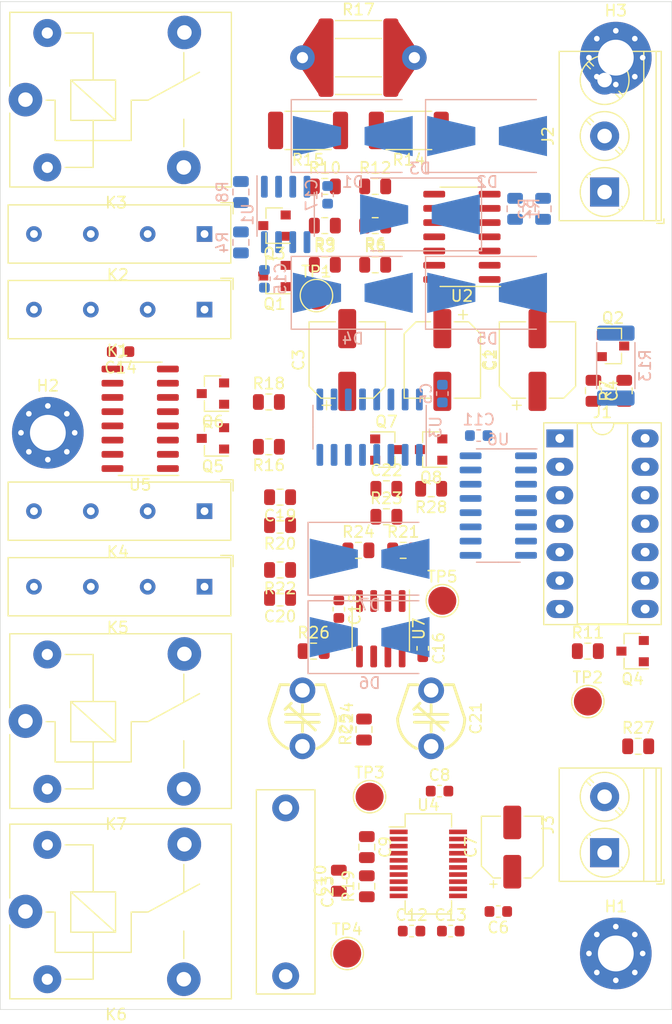
<source format=kicad_pcb>
(kicad_pcb (version 20171130) (host pcbnew "(5.1.2)-1")
  (layers (0 F.Cu signal) (31 B.Cu signal) (34 B.Paste user) (35 F.Paste user) (36 B.SilkS user) (37 F.SilkS user) (38 B.Mask user hide) (39 F.Mask user hide) (44 Edge.Cuts user))
  (net 0 "")
  (net 1 +5V)
  (net 2 +15V)
  (net 3 GNDA)
  (net 4 -15V)
  (net 5 /SHUNT_SIGNAL)
  (net 6 "Net-(C7-Pad2)")
  (net 7 "Net-(C8-Pad2)")
  (net 8 "Net-(C9-Pad2)")
  (net 9 "Net-(C9-Pad1)")
  (net 10 "Net-(C10-Pad2)")
  (net 11 "Net-(C10-Pad1)")
  (net 12 "Net-(C12-Pad1)")
  (net 13 "Net-(C19-Pad2)")
  (net 14 "Net-(C19-Pad1)")
  (net 15 "Net-(C20-Pad2)")
  (net 16 "Net-(C21-Pad2)")
  (net 17 "Net-(C21-Pad1)")
  (net 18 "Net-(C22-Pad2)")
  (net 19 "Net-(C22-Pad1)")
  (net 20 "Net-(C23-Pad2)")
  (net 21 /AMPS_INP)
  (net 22 "Net-(D1-Pad1)")
  (net 23 "Net-(D2-Pad2)")
  (net 24 /INPUT_LO)
  (net 25 /SIGNAL_OUTPUT)
  (net 26 "Net-(J1-Pad6)")
  (net 27 /SIGNAL_GUARD)
  (net 28 /CLOCK)
  (net 29 /DATA)
  (net 30 /STROBE)
  (net 31 /DCAC-HI)
  (net 32 /RETURN)
  (net 33 "Net-(K1-Pad1)")
  (net 34 "Net-(K1-Pad5)")
  (net 35 "Net-(K2-Pad1)")
  (net 36 "Net-(K2-Pad5)")
  (net 37 "Net-(K3-Pad5)")
  (net 38 "Net-(K4-Pad5)")
  (net 39 "Net-(K5-Pad5)")
  (net 40 /1K_EN)
  (net 41 "Net-(Q2-Pad3)")
  (net 42 /100R_EN)
  (net 43 "Net-(Q3-Pad2)")
  (net 44 "Net-(Q4-Pad3)")
  (net 45 /TRMS_DC_SIGNAL)
  (net 46 "Net-(Q5-Pad3)")
  (net 47 "Net-(Q5-Pad1)")
  (net 48 "Net-(Q6-Pad3)")
  (net 49 "Net-(Q6-Pad1)")
  (net 50 "Net-(Q7-Pad3)")
  (net 51 "Net-(Q8-Pad2)")
  (net 52 "Net-(R1-Pad2)")
  (net 53 "Net-(R3-Pad2)")
  (net 54 "Net-(R4-Pad1)")
  (net 55 "Net-(R6-Pad2)")
  (net 56 "Net-(R10-Pad2)")
  (net 57 "Net-(R14-Pad2)")
  (net 58 "Net-(R16-Pad1)")
  (net 59 "Net-(R18-Pad2)")
  (net 60 /TRMS_GAIN_SW)
  (net 61 "Net-(TP3-Pad1)")
  (net 62 "Net-(TP4-Pad1)")
  (net 63 "Net-(U1-Pad6)")
  (net 64 "Net-(U2-Pad10)")
  (net 65 "Net-(U2-Pad8)")
  (net 66 /SHUNT_TRMS_SW)
  (net 67 "Net-(U3-Pad5)")
  (net 68 "Net-(U3-Pad2)")
  (net 69 "Net-(U3-Pad1)")
  (net 70 "Net-(U5-Pad4)")
  (net 71 "Net-(U5-Pad3)")
  (net 72 "Net-(U5-Pad1)")
  (net 73 "Net-(K3-Pad1)")
  (net 74 "Net-(K6-Pad5)")
  (net 75 "Net-(K6-Pad3)")
  (net 76 "Net-(K7-Pad5)")
  (net 77 "Net-(H1-Pad1)")
  (net 78 "Net-(H2-Pad1)")
  (net 79 "Net-(H3-Pad1)")
  (module MountingHole:MountingHole_3.2mm_M3_Pad_Via (layer F.Cu) (at 85 25)
    (fp_text reference H3 (at 0 -4.2) (layer F.SilkS))
    (fp_text value MountingHole_Pad)
    (pad 1 thru_hole circle (at 1.697056 -1.697056) (size 0.8 0.8) (drill 0.5) (layers *.Cu *.Mask) (net 79 "Net-(H3-Pad1)"))
    (pad 1 thru_hole circle (at 0 -2.4) (size 0.8 0.8) (drill 0.5) (layers *.Cu *.Mask) (net 79 "Net-(H3-Pad1)"))
    (pad 1 thru_hole circle (at -1.697056 -1.697056) (size 0.8 0.8) (drill 0.5) (layers *.Cu *.Mask) (net 79 "Net-(H3-Pad1)"))
    (pad 1 thru_hole circle (at -2.4 0) (size 0.8 0.8) (drill 0.5) (layers *.Cu *.Mask) (net 79 "Net-(H3-Pad1)"))
    (pad 1 thru_hole circle (at -1.697056 1.697056) (size 0.8 0.8) (drill 0.5) (layers *.Cu *.Mask) (net 79 "Net-(H3-Pad1)"))
    (pad 1 thru_hole circle (at 0 2.4) (size 0.8 0.8) (drill 0.5) (layers *.Cu *.Mask) (net 79 "Net-(H3-Pad1)"))
    (pad 1 thru_hole circle (at 1.697056 1.697056) (size 0.8 0.8) (drill 0.5) (layers *.Cu *.Mask) (net 79 "Net-(H3-Pad1)"))
    (pad 1 thru_hole circle (at 2.4 0) (size 0.8 0.8) (drill 0.5) (layers *.Cu *.Mask) (net 79 "Net-(H3-Pad1)"))
    (pad 1 thru_hole circle (at 0 0) (size 6.4 6.4) (drill 3.2) (layers *.Cu *.Mask) (net 79 "Net-(H3-Pad1)"))
  )
  (module MountingHole:MountingHole_3.2mm_M3_Pad_Via (layer F.Cu) (at 34.25 58.5)
    (fp_text reference H2 (at 0 -4.2) (layer F.SilkS))
    (fp_text value MountingHole_Pad)
    (pad 1 thru_hole circle (at 1.697056 -1.697056) (size 0.8 0.8) (drill 0.5) (layers *.Cu *.Mask) (net 78 "Net-(H2-Pad1)"))
    (pad 1 thru_hole circle (at 0 -2.4) (size 0.8 0.8) (drill 0.5) (layers *.Cu *.Mask) (net 78 "Net-(H2-Pad1)"))
    (pad 1 thru_hole circle (at -1.697056 -1.697056) (size 0.8 0.8) (drill 0.5) (layers *.Cu *.Mask) (net 78 "Net-(H2-Pad1)"))
    (pad 1 thru_hole circle (at -2.4 0) (size 0.8 0.8) (drill 0.5) (layers *.Cu *.Mask) (net 78 "Net-(H2-Pad1)"))
    (pad 1 thru_hole circle (at -1.697056 1.697056) (size 0.8 0.8) (drill 0.5) (layers *.Cu *.Mask) (net 78 "Net-(H2-Pad1)"))
    (pad 1 thru_hole circle (at 0 2.4) (size 0.8 0.8) (drill 0.5) (layers *.Cu *.Mask) (net 78 "Net-(H2-Pad1)"))
    (pad 1 thru_hole circle (at 1.697056 1.697056) (size 0.8 0.8) (drill 0.5) (layers *.Cu *.Mask) (net 78 "Net-(H2-Pad1)"))
    (pad 1 thru_hole circle (at 2.4 0) (size 0.8 0.8) (drill 0.5) (layers *.Cu *.Mask) (net 78 "Net-(H2-Pad1)"))
    (pad 1 thru_hole circle (at 0 0) (size 6.4 6.4) (drill 3.2) (layers *.Cu *.Mask) (net 78 "Net-(H2-Pad1)"))
  )
  (module MountingHole:MountingHole_3.2mm_M3_Pad_Via (layer F.Cu) (at 85 105)
    (fp_text reference H1 (at 0 -4.2) (layer F.SilkS))
    (fp_text value MountingHole_Pad)
    (pad 1 thru_hole circle (at 1.697056 -1.697056) (size 0.8 0.8) (drill 0.5) (layers *.Cu *.Mask) (net 77 "Net-(H1-Pad1)"))
    (pad 1 thru_hole circle (at 0 -2.4) (size 0.8 0.8) (drill 0.5) (layers *.Cu *.Mask) (net 77 "Net-(H1-Pad1)"))
    (pad 1 thru_hole circle (at -1.697056 -1.697056) (size 0.8 0.8) (drill 0.5) (layers *.Cu *.Mask) (net 77 "Net-(H1-Pad1)"))
    (pad 1 thru_hole circle (at -2.4 0) (size 0.8 0.8) (drill 0.5) (layers *.Cu *.Mask) (net 77 "Net-(H1-Pad1)"))
    (pad 1 thru_hole circle (at -1.697056 1.697056) (size 0.8 0.8) (drill 0.5) (layers *.Cu *.Mask) (net 77 "Net-(H1-Pad1)"))
    (pad 1 thru_hole circle (at 0 2.4) (size 0.8 0.8) (drill 0.5) (layers *.Cu *.Mask) (net 77 "Net-(H1-Pad1)"))
    (pad 1 thru_hole circle (at 1.697056 1.697056) (size 0.8 0.8) (drill 0.5) (layers *.Cu *.Mask) (net 77 "Net-(H1-Pad1)"))
    (pad 1 thru_hole circle (at 2.4 0) (size 0.8 0.8) (drill 0.5) (layers *.Cu *.Mask) (net 77 "Net-(H1-Pad1)"))
    (pad 1 thru_hole circle (at 0 0) (size 6.4 6.4) (drill 3.2) (layers *.Cu *.Mask) (net 77 "Net-(H1-Pad1)"))
  )
  (module Package_SO:SOIC-8_3.9x4.9mm_P1.27mm (layer F.Cu) (at 64 76 270)
    (fp_text reference U7 (at 0 -3.4 90) (layer F.SilkS))
    (fp_text value TL082)
    (pad 8 smd roundrect (at 2.475 -1.905 270) (size 1.95 0.6) (layers F.Cu F.Paste F.Mask) (net 2 +15V))
    (pad 7 smd roundrect (at 2.475 -0.635 270) (size 1.95 0.6) (layers F.Cu F.Paste F.Mask) (net 14 "Net-(C19-Pad1)"))
    (pad 6 smd roundrect (at 2.475 0.635 270) (size 1.95 0.6) (layers F.Cu F.Paste F.Mask) (net 3 GNDA))
    (pad 5 smd roundrect (at 2.475 1.905 270) (size 1.95 0.6) (layers F.Cu F.Paste F.Mask) (net 16 "Net-(C21-Pad2)"))
    (pad 4 smd roundrect (at -2.475 1.905 270) (size 1.95 0.6) (layers F.Cu F.Paste F.Mask) (net 4 -15V))
    (pad 3 smd roundrect (at -2.475 0.635 270) (size 1.95 0.6) (layers F.Cu F.Paste F.Mask) (net 14 "Net-(C19-Pad1)"))
    (pad 2 smd roundrect (at -2.475 -0.635 270) (size 1.95 0.6) (layers F.Cu F.Paste F.Mask) (net 18 "Net-(C22-Pad2)"))
    (pad 1 smd roundrect (at -2.475 -1.905 270) (size 1.95 0.6) (layers F.Cu F.Paste F.Mask) (net 10 "Net-(C10-Pad2)"))
  )
  (module Package_SO:SOIC-16_3.9x9.9mm_P1.27mm (layer B.Cu) (at 74.5 65 180)
    (fp_text reference U6 (at 0 5.9) (layer B.SilkS) (effects (justify mirror)))
    (fp_text value 74HC4094)
    (pad 16 smd roundrect (at 2.475 4.445 180) (size 1.95 0.6) (layers B.Cu B.Paste B.Mask) (net 1 +5V))
    (pad 15 smd roundrect (at 2.475 3.175 180) (size 1.95 0.6) (layers B.Cu B.Paste B.Mask) (net 1 +5V))
    (pad 14 smd roundrect (at 2.475 1.905 180) (size 1.95 0.6) (layers B.Cu B.Paste B.Mask) (net 68 "Net-(U3-Pad2)"))
    (pad 13 smd roundrect (at 2.475 0.635 180) (size 1.95 0.6) (layers B.Cu B.Paste B.Mask) (net 69 "Net-(U3-Pad1)"))
    (pad 12 smd roundrect (at 2.475 -0.635 180) (size 1.95 0.6) (layers B.Cu B.Paste B.Mask) (net 72 "Net-(U5-Pad1)"))
    (pad 11 smd roundrect (at 2.475 -1.905 180) (size 1.95 0.6) (layers B.Cu B.Paste B.Mask) (net 66 /SHUNT_TRMS_SW))
    (pad 10 smd roundrect (at 2.475 -3.175 180) (size 1.95 0.6) (layers B.Cu B.Paste B.Mask))
    (pad 9 smd roundrect (at 2.475 -4.445 180) (size 1.95 0.6) (layers B.Cu B.Paste B.Mask))
    (pad 8 smd roundrect (at -2.475 -4.445 180) (size 1.95 0.6) (layers B.Cu B.Paste B.Mask) (net 3 GNDA))
    (pad 7 smd roundrect (at -2.475 -3.175 180) (size 1.95 0.6) (layers B.Cu B.Paste B.Mask) (net 67 "Net-(U3-Pad5)"))
    (pad 6 smd roundrect (at -2.475 -1.905 180) (size 1.95 0.6) (layers B.Cu B.Paste B.Mask) (net 70 "Net-(U5-Pad4)"))
    (pad 5 smd roundrect (at -2.475 -0.635 180) (size 1.95 0.6) (layers B.Cu B.Paste B.Mask) (net 71 "Net-(U5-Pad3)"))
    (pad 4 smd roundrect (at -2.475 0.635 180) (size 1.95 0.6) (layers B.Cu B.Paste B.Mask) (net 60 /TRMS_GAIN_SW))
    (pad 3 smd roundrect (at -2.475 1.905 180) (size 1.95 0.6) (layers B.Cu B.Paste B.Mask) (net 28 /CLOCK))
    (pad 2 smd roundrect (at -2.475 3.175 180) (size 1.95 0.6) (layers B.Cu B.Paste B.Mask) (net 29 /DATA))
    (pad 1 smd roundrect (at -2.475 4.445 180) (size 1.95 0.6) (layers B.Cu B.Paste B.Mask) (net 30 /STROBE))
  )
  (module Package_SO:SOIC-16_3.9x9.9mm_P1.27mm (layer F.Cu) (at 42.5 57.25 180)
    (fp_text reference U5 (at 0 -5.9) (layer F.SilkS))
    (fp_text value ULN2003)
    (pad 16 smd roundrect (at 2.475 -4.445 180) (size 1.95 0.6) (layers F.Cu F.Paste F.Mask) (net 76 "Net-(K7-Pad5)"))
    (pad 15 smd roundrect (at 2.475 -3.175 180) (size 1.95 0.6) (layers F.Cu F.Paste F.Mask) (net 74 "Net-(K6-Pad5)"))
    (pad 14 smd roundrect (at 2.475 -1.905 180) (size 1.95 0.6) (layers F.Cu F.Paste F.Mask) (net 39 "Net-(K5-Pad5)"))
    (pad 13 smd roundrect (at 2.475 -0.635 180) (size 1.95 0.6) (layers F.Cu F.Paste F.Mask) (net 38 "Net-(K4-Pad5)"))
    (pad 12 smd roundrect (at 2.475 0.635 180) (size 1.95 0.6) (layers F.Cu F.Paste F.Mask) (net 37 "Net-(K3-Pad5)"))
    (pad 11 smd roundrect (at 2.475 1.905 180) (size 1.95 0.6) (layers F.Cu F.Paste F.Mask) (net 36 "Net-(K2-Pad5)"))
    (pad 10 smd roundrect (at 2.475 3.175 180) (size 1.95 0.6) (layers F.Cu F.Paste F.Mask) (net 34 "Net-(K1-Pad5)"))
    (pad 9 smd roundrect (at 2.475 4.445 180) (size 1.95 0.6) (layers F.Cu F.Paste F.Mask) (net 1 +5V))
    (pad 8 smd roundrect (at -2.475 4.445 180) (size 1.95 0.6) (layers F.Cu F.Paste F.Mask) (net 3 GNDA))
    (pad 7 smd roundrect (at -2.475 3.175 180) (size 1.95 0.6) (layers F.Cu F.Paste F.Mask) (net 46 "Net-(Q5-Pad3)"))
    (pad 6 smd roundrect (at -2.475 1.905 180) (size 1.95 0.6) (layers F.Cu F.Paste F.Mask) (net 48 "Net-(Q6-Pad3)"))
    (pad 5 smd roundrect (at -2.475 0.635 180) (size 1.95 0.6) (layers F.Cu F.Paste F.Mask) (net 67 "Net-(U3-Pad5)"))
    (pad 4 smd roundrect (at -2.475 -0.635 180) (size 1.95 0.6) (layers F.Cu F.Paste F.Mask) (net 70 "Net-(U5-Pad4)"))
    (pad 3 smd roundrect (at -2.475 -1.905 180) (size 1.95 0.6) (layers F.Cu F.Paste F.Mask) (net 71 "Net-(U5-Pad3)"))
    (pad 2 smd roundrect (at -2.475 -3.175 180) (size 1.95 0.6) (layers F.Cu F.Paste F.Mask) (net 72 "Net-(U5-Pad1)"))
    (pad 1 smd roundrect (at -2.475 -4.445 180) (size 1.95 0.6) (layers F.Cu F.Paste F.Mask) (net 72 "Net-(U5-Pad1)"))
  )
  (module Package_SO:QSOP-20_3.9x8.7mm_P0.635mm (layer F.Cu) (at 68.25 97)
    (fp_text reference U4 (at 0 -5.25) (layer F.SilkS))
    (fp_text value AD8436)
    (pad 20 smd rect (at 2.6543 -2.8575) (size 1.6 0.41) (layers F.Cu F.Paste F.Mask) (net 6 "Net-(C7-Pad2)"))
    (pad 19 smd rect (at 2.6543 -2.2225) (size 1.6 0.41) (layers F.Cu F.Paste F.Mask) (net 7 "Net-(C8-Pad2)"))
    (pad 18 smd rect (at 2.6543 -1.5875) (size 1.6 0.41) (layers F.Cu F.Paste F.Mask) (net 2 +15V))
    (pad 13 smd rect (at 2.6543 1.5875) (size 1.6 0.41) (layers F.Cu F.Paste F.Mask) (net 12 "Net-(C12-Pad1)"))
    (pad 12 smd rect (at 2.6543 2.2225) (size 1.6 0.41) (layers F.Cu F.Paste F.Mask) (net 3 GNDA))
    (pad 11 smd rect (at 2.6543 2.8575) (size 1.6 0.41) (layers F.Cu F.Paste F.Mask) (net 4 -15V))
    (pad 10 smd rect (at -2.6543 2.8575) (size 1.6 0.41) (layers F.Cu F.Paste F.Mask) (net 12 "Net-(C12-Pad1)"))
    (pad 9 smd rect (at -2.6543 2.2225) (size 1.6 0.41) (layers F.Cu F.Paste F.Mask) (net 3 GNDA))
    (pad 8 smd rect (at -2.6543 1.5875) (size 1.6 0.41) (layers F.Cu F.Paste F.Mask))
    (pad 3 smd rect (at -2.6543 -1.5875) (size 1.6 0.41) (layers F.Cu F.Paste F.Mask) (net 9 "Net-(C9-Pad1)"))
    (pad 2 smd rect (at -2.6543 -2.2225) (size 1.6 0.41) (layers F.Cu F.Paste F.Mask))
    (pad 1 smd rect (at -2.6543 -2.8575) (size 1.6 0.41) (layers F.Cu F.Paste F.Mask) (net 61 "Net-(TP3-Pad1)"))
    (pad 4 smd rect (at -2.6543 -0.9525) (size 1.6 0.41) (layers F.Cu F.Paste F.Mask) (net 8 "Net-(C9-Pad2)"))
    (pad 5 smd rect (at -2.6543 -0.3175) (size 1.6 0.41) (layers F.Cu F.Paste F.Mask) (net 8 "Net-(C9-Pad2)"))
    (pad 16 smd rect (at 2.6543 -0.3175) (size 1.6 0.41) (layers F.Cu F.Paste F.Mask) (net 2 +15V))
    (pad 17 smd rect (at 2.6543 -0.9525) (size 1.6 0.41) (layers F.Cu F.Paste F.Mask) (net 2 +15V))
    (pad 6 smd rect (at -2.6543 0.3175) (size 1.6 0.41) (layers F.Cu F.Paste F.Mask) (net 11 "Net-(C10-Pad1)"))
    (pad 7 smd rect (at -2.6543 0.9525) (size 1.6 0.41) (layers F.Cu F.Paste F.Mask) (net 62 "Net-(TP4-Pad1)"))
    (pad 15 smd rect (at 2.6543 0.3175) (size 1.6 0.41) (layers F.Cu F.Paste F.Mask) (net 45 /TRMS_DC_SIGNAL))
    (pad 14 smd rect (at 2.6543 0.9525) (size 1.6 0.41) (layers F.Cu F.Paste F.Mask) (net 45 /TRMS_DC_SIGNAL))
  )
  (module Package_SO:SOIC-16_3.9x9.9mm_P1.27mm (layer B.Cu) (at 63 58 90)
    (fp_text reference U3 (at 0 5.9 90) (layer B.SilkS) (effects (justify mirror)))
    (fp_text value 74LS138)
    (pad 16 smd roundrect (at 2.475 4.445 90) (size 1.95 0.6) (layers B.Cu B.Paste B.Mask) (net 1 +5V))
    (pad 15 smd roundrect (at 2.475 3.175 90) (size 1.95 0.6) (layers B.Cu B.Paste B.Mask) (net 64 "Net-(U2-Pad10)"))
    (pad 14 smd roundrect (at 2.475 1.905 90) (size 1.95 0.6) (layers B.Cu B.Paste B.Mask) (net 65 "Net-(U2-Pad8)"))
    (pad 13 smd roundrect (at 2.475 0.635 90) (size 1.95 0.6) (layers B.Cu B.Paste B.Mask) (net 58 "Net-(R16-Pad1)"))
    (pad 12 smd roundrect (at 2.475 -0.635 90) (size 1.95 0.6) (layers B.Cu B.Paste B.Mask) (net 59 "Net-(R18-Pad2)"))
    (pad 11 smd roundrect (at 2.475 -1.905 90) (size 1.95 0.6) (layers B.Cu B.Paste B.Mask))
    (pad 10 smd roundrect (at 2.475 -3.175 90) (size 1.95 0.6) (layers B.Cu B.Paste B.Mask))
    (pad 9 smd roundrect (at 2.475 -4.445 90) (size 1.95 0.6) (layers B.Cu B.Paste B.Mask))
    (pad 8 smd roundrect (at -2.475 -4.445 90) (size 1.95 0.6) (layers B.Cu B.Paste B.Mask) (net 3 GNDA))
    (pad 7 smd roundrect (at -2.475 -3.175 90) (size 1.95 0.6) (layers B.Cu B.Paste B.Mask))
    (pad 6 smd roundrect (at -2.475 -1.905 90) (size 1.95 0.6) (layers B.Cu B.Paste B.Mask) (net 1 +5V))
    (pad 5 smd roundrect (at -2.475 -0.635 90) (size 1.95 0.6) (layers B.Cu B.Paste B.Mask) (net 67 "Net-(U3-Pad5)"))
    (pad 4 smd roundrect (at -2.475 0.635 90) (size 1.95 0.6) (layers B.Cu B.Paste B.Mask) (net 3 GNDA))
    (pad 3 smd roundrect (at -2.475 1.905 90) (size 1.95 0.6) (layers B.Cu B.Paste B.Mask) (net 3 GNDA))
    (pad 2 smd roundrect (at -2.475 3.175 90) (size 1.95 0.6) (layers B.Cu B.Paste B.Mask) (net 68 "Net-(U3-Pad2)"))
    (pad 1 smd roundrect (at -2.475 4.445 90) (size 1.95 0.6) (layers B.Cu B.Paste B.Mask) (net 69 "Net-(U3-Pad1)"))
  )
  (module Package_SO:SOIC-14_3.9x8.7mm_P1.27mm (layer F.Cu) (at 71.25 41 180)
    (fp_text reference U2 (at 0 -5.28) (layer F.SilkS))
    (fp_text value LM339)
    (pad 14 smd roundrect (at 2.475 -3.81 180) (size 1.95 0.6) (layers F.Cu F.Paste F.Mask) (net 42 /100R_EN))
    (pad 13 smd roundrect (at 2.475 -2.54 180) (size 1.95 0.6) (layers F.Cu F.Paste F.Mask) (net 40 /1K_EN))
    (pad 12 smd roundrect (at 2.475 -1.27 180) (size 1.95 0.6) (layers F.Cu F.Paste F.Mask) (net 3 GNDA))
    (pad 11 smd roundrect (at 2.475 0 180) (size 1.95 0.6) (layers F.Cu F.Paste F.Mask) (net 52 "Net-(R1-Pad2)"))
    (pad 10 smd roundrect (at 2.475 1.27 180) (size 1.95 0.6) (layers F.Cu F.Paste F.Mask) (net 64 "Net-(U2-Pad10)"))
    (pad 9 smd roundrect (at 2.475 2.54 180) (size 1.95 0.6) (layers F.Cu F.Paste F.Mask) (net 52 "Net-(R1-Pad2)"))
    (pad 8 smd roundrect (at 2.475 3.81 180) (size 1.95 0.6) (layers F.Cu F.Paste F.Mask) (net 65 "Net-(U2-Pad8)"))
    (pad 7 smd roundrect (at -2.475 3.81 180) (size 1.95 0.6) (layers F.Cu F.Paste F.Mask) (net 52 "Net-(R1-Pad2)"))
    (pad 6 smd roundrect (at -2.475 2.54 180) (size 1.95 0.6) (layers F.Cu F.Paste F.Mask) (net 66 /SHUNT_TRMS_SW))
    (pad 5 smd roundrect (at -2.475 1.27 180) (size 1.95 0.6) (layers F.Cu F.Paste F.Mask) (net 66 /SHUNT_TRMS_SW))
    (pad 4 smd roundrect (at -2.475 0 180) (size 1.95 0.6) (layers F.Cu F.Paste F.Mask) (net 52 "Net-(R1-Pad2)"))
    (pad 3 smd roundrect (at -2.475 -1.27 180) (size 1.95 0.6) (layers F.Cu F.Paste F.Mask) (net 2 +15V))
    (pad 2 smd roundrect (at -2.475 -2.54 180) (size 1.95 0.6) (layers F.Cu F.Paste F.Mask) (net 41 "Net-(Q2-Pad3)"))
    (pad 1 smd roundrect (at -2.475 -3.81 180) (size 1.95 0.6) (layers F.Cu F.Paste F.Mask) (net 44 "Net-(Q4-Pad3)"))
  )
  (module Package_SO:SOIC-8_3.9x4.9mm_P1.27mm (layer B.Cu) (at 55.5 39 270)
    (fp_text reference U1 (at 0 3.4 270) (layer B.SilkS) (effects (justify mirror)))
    (fp_text value TL082)
    (pad 8 smd roundrect (at 2.475 1.905 270) (size 1.95 0.6) (layers B.Cu B.Paste B.Mask) (net 2 +15V))
    (pad 7 smd roundrect (at 2.475 0.635 270) (size 1.95 0.6) (layers B.Cu B.Paste B.Mask) (net 63 "Net-(U1-Pad6)"))
    (pad 6 smd roundrect (at 2.475 -0.635 270) (size 1.95 0.6) (layers B.Cu B.Paste B.Mask) (net 63 "Net-(U1-Pad6)"))
    (pad 5 smd roundrect (at 2.475 -1.905 270) (size 1.95 0.6) (layers B.Cu B.Paste B.Mask) (net 3 GNDA))
    (pad 4 smd roundrect (at -2.475 -1.905 270) (size 1.95 0.6) (layers B.Cu B.Paste B.Mask) (net 4 -15V))
    (pad 3 smd roundrect (at -2.475 -0.635 270) (size 1.95 0.6) (layers B.Cu B.Paste B.Mask) (net 5 /SHUNT_SIGNAL))
    (pad 2 smd roundrect (at -2.475 0.635 270) (size 1.95 0.6) (layers B.Cu B.Paste B.Mask) (net 54 "Net-(R4-Pad1)"))
    (pad 1 smd roundrect (at -2.475 1.905 270) (size 1.95 0.6) (layers B.Cu B.Paste B.Mask) (net 54 "Net-(R4-Pad1)"))
  )
  (module TestPoint:TestPoint_Pad_D2.5mm (layer F.Cu) (at 69.5 73.5)
    (fp_text reference TP5 (at 0 -2.148) (layer F.SilkS))
    (fp_text value TestPoint)
    (pad 1 smd circle (at 0 0) (size 2.5 2.5) (layers F.Cu F.Mask) (net 10 "Net-(C10-Pad2)"))
  )
  (module TestPoint:TestPoint_Pad_D2.5mm (layer F.Cu) (at 61 105)
    (fp_text reference TP4 (at 0 -2.148) (layer F.SilkS))
    (fp_text value TestPoint)
    (pad 1 smd circle (at 0 0) (size 2.5 2.5) (layers F.Cu F.Mask) (net 62 "Net-(TP4-Pad1)"))
  )
  (module TestPoint:TestPoint_Pad_D2.5mm (layer F.Cu) (at 63 91)
    (fp_text reference TP3 (at 0 -2.148) (layer F.SilkS))
    (fp_text value TestPoint)
    (pad 1 smd circle (at 0 0) (size 2.5 2.5) (layers F.Cu F.Mask) (net 61 "Net-(TP3-Pad1)"))
  )
  (module TestPoint:TestPoint_Pad_D2.5mm (layer F.Cu) (at 82.5 82.5)
    (fp_text reference TP2 (at 0 -2.148) (layer F.SilkS))
    (fp_text value TestPoint)
    (pad 1 smd circle (at 0 0) (size 2.5 2.5) (layers F.Cu F.Mask) (net 45 /TRMS_DC_SIGNAL))
  )
  (module TestPoint:TestPoint_Pad_D2.5mm (layer F.Cu) (at 58.25 46.25)
    (fp_text reference TP1 (at 0 -2.148) (layer F.SilkS))
    (fp_text value TestPoint)
    (pad 1 smd circle (at 0 0) (size 2.5 2.5) (layers F.Cu F.Mask) (net 5 /SHUNT_SIGNAL))
  )
  (module Resistor_SMD:R_0805_2012Metric (layer F.Cu) (at 68.5 63.5 180)
    (fp_text reference R28 (at 0 -1.65) (layer F.SilkS))
    (fp_text value 100k)
    (pad 2 smd roundrect (at 0.9375 0 180) (size 0.975 1.4) (layers F.Cu F.Paste F.Mask) (net 50 "Net-(Q7-Pad3)"))
    (pad 1 smd roundrect (at -0.9375 0 180) (size 0.975 1.4) (layers F.Cu F.Paste F.Mask) (net 4 -15V))
  )
  (module Resistor_SMD:R_0805_2012Metric (layer F.Cu) (at 87 86.5)
    (fp_text reference R27 (at 0 -1.65) (layer F.SilkS))
    (fp_text value 10k)
    (pad 2 smd roundrect (at 0.9375 0) (size 0.975 1.4) (layers F.Cu F.Paste F.Mask) (net 51 "Net-(Q8-Pad2)"))
    (pad 1 smd roundrect (at -0.9375 0) (size 0.975 1.4) (layers F.Cu F.Paste F.Mask) (net 60 /TRMS_GAIN_SW))
  )
  (module Resistor_SMD:R_0805_2012Metric (layer F.Cu) (at 58 78)
    (fp_text reference R26 (at 0 -1.65) (layer F.SilkS))
    (fp_text value 1M)
    (pad 2 smd roundrect (at 0.9375 0) (size 0.975 1.4) (layers F.Cu F.Paste F.Mask) (net 16 "Net-(C21-Pad2)"))
    (pad 1 smd roundrect (at -0.9375 0) (size 0.975 1.4) (layers F.Cu F.Paste F.Mask) (net 14 "Net-(C19-Pad1)"))
  )
  (module Resistor_SMD:R_0805_2012Metric (layer F.Cu) (at 62.5 85 90)
    (fp_text reference R25 (at 0 -1.65 90) (layer F.SilkS))
    (fp_text value 1M)
    (pad 2 smd roundrect (at 0.9375 0 90) (size 0.975 1.4) (layers F.Cu F.Paste F.Mask) (net 16 "Net-(C21-Pad2)"))
    (pad 1 smd roundrect (at -0.9375 0 90) (size 0.975 1.4) (layers F.Cu F.Paste F.Mask) (net 17 "Net-(C21-Pad1)"))
  )
  (module Resistor_SMD:R_0805_2012Metric (layer F.Cu) (at 62 69)
    (fp_text reference R24 (at 0 -1.65) (layer F.SilkS))
    (fp_text value 3k)
    (pad 2 smd roundrect (at 0.9375 0) (size 0.975 1.4) (layers F.Cu F.Paste F.Mask) (net 18 "Net-(C22-Pad2)"))
    (pad 1 smd roundrect (at -0.9375 0) (size 0.975 1.4) (layers F.Cu F.Paste F.Mask) (net 19 "Net-(C22-Pad1)"))
  )
  (module Resistor_SMD:R_0805_2012Metric (layer F.Cu) (at 64.5 66)
    (fp_text reference R23 (at 0 -1.65) (layer F.SilkS))
    (fp_text value 24k)
    (pad 2 smd roundrect (at 0.9375 0) (size 0.975 1.4) (layers F.Cu F.Paste F.Mask) (net 10 "Net-(C10-Pad2)"))
    (pad 1 smd roundrect (at -0.9375 0) (size 0.975 1.4) (layers F.Cu F.Paste F.Mask) (net 19 "Net-(C22-Pad1)"))
  )
  (module Resistor_SMD:R_0805_2012Metric (layer F.Cu) (at 55 70.75 180)
    (fp_text reference R22 (at 0 -1.65) (layer F.SilkS))
    (fp_text value 10k)
    (pad 2 smd roundrect (at 0.9375 0 180) (size 0.975 1.4) (layers F.Cu F.Paste F.Mask) (net 15 "Net-(C20-Pad2)"))
    (pad 1 smd roundrect (at -0.9375 0 180) (size 0.975 1.4) (layers F.Cu F.Paste F.Mask) (net 14 "Net-(C19-Pad1)"))
  )
  (module Resistor_SMD:R_0805_2012Metric (layer F.Cu) (at 66 69)
    (fp_text reference R21 (at 0 -1.65) (layer F.SilkS))
    (fp_text value 27k)
    (pad 2 smd roundrect (at 0.9375 0) (size 0.975 1.4) (layers F.Cu F.Paste F.Mask) (net 10 "Net-(C10-Pad2)"))
    (pad 1 smd roundrect (at -0.9375 0) (size 0.975 1.4) (layers F.Cu F.Paste F.Mask) (net 18 "Net-(C22-Pad2)"))
  )
  (module Resistor_SMD:R_0805_2012Metric (layer F.Cu) (at 55 66.75 180)
    (fp_text reference R20 (at 0 -1.65) (layer F.SilkS))
    (fp_text value 2k)
    (pad 2 smd roundrect (at 0.9375 0 180) (size 0.975 1.4) (layers F.Cu F.Paste F.Mask) (net 13 "Net-(C19-Pad2)"))
    (pad 1 smd roundrect (at -0.9375 0 180) (size 0.975 1.4) (layers F.Cu F.Paste F.Mask) (net 14 "Net-(C19-Pad1)"))
  )
  (module Resistor_SMD:R_0805_2012Metric (layer F.Cu) (at 62.75 99 90)
    (fp_text reference R19 (at 0 -1.65 90) (layer F.SilkS))
    (fp_text value 10M)
    (pad 2 smd roundrect (at 0.9375 0 90) (size 0.975 1.4) (layers F.Cu F.Paste F.Mask) (net 11 "Net-(C10-Pad1)"))
    (pad 1 smd roundrect (at -0.9375 0 90) (size 0.975 1.4) (layers F.Cu F.Paste F.Mask) (net 3 GNDA))
  )
  (module Resistor_SMD:R_0805_2012Metric (layer F.Cu) (at 54 55.75)
    (fp_text reference R18 (at 0 -1.65) (layer F.SilkS))
    (fp_text value 10k)
    (pad 2 smd roundrect (at 0.9375 0) (size 0.975 1.4) (layers F.Cu F.Paste F.Mask) (net 59 "Net-(R18-Pad2)"))
    (pad 1 smd roundrect (at -0.9375 0) (size 0.975 1.4) (layers F.Cu F.Paste F.Mask) (net 49 "Net-(Q6-Pad1)"))
  )
  (module project:R_2512_With_10mm_axial (layer F.Cu) (at 62 25)
    (fp_text reference R17 (at 0 -4.3) (layer F.SilkS))
    (fp_text value 0R1)
    (fp_poly (pts (xy 3.4 -3.4) (xy 5 -1) (xy 5 1) (xy 3.4 3.4)) (layer F.Cu) (width 0.1))
    (fp_poly (pts (xy -5 -1) (xy -3.4 -3.4) (xy -3.4 3.4) (xy -5 1)) (layer F.Cu) (width 0.1))
    (pad 2 thru_hole circle (at 5 0) (size 2.2 2.2) (drill 1) (layers *.Cu *.Mask) (net 24 /INPUT_LO))
    (pad 1 thru_hole circle (at -5 0) (size 2.2 2.2) (drill 1) (layers *.Cu *.Mask) (net 73 "Net-(K3-Pad1)"))
    (pad ~ smd roundrect (at -2.9 0) (size 1.35 7) (layers F.Cu F.Paste F.Mask) (roundrect_rratio 0.185))
    (pad ~ smd roundrect (at 2.9 0) (size 1.35 7) (layers F.Cu F.Paste F.Mask) (roundrect_rratio 0.185))
  )
  (module Resistor_SMD:R_0805_2012Metric (layer F.Cu) (at 54 59.75 180)
    (fp_text reference R16 (at 0 -1.65) (layer F.SilkS))
    (fp_text value 10k)
    (pad 2 smd roundrect (at 0.9375 0 180) (size 0.975 1.4) (layers F.Cu F.Paste F.Mask) (net 47 "Net-(Q5-Pad1)"))
    (pad 1 smd roundrect (at -0.9375 0 180) (size 0.975 1.4) (layers F.Cu F.Paste F.Mask) (net 58 "Net-(R16-Pad1)"))
  )
  (module Resistor_SMD:R_2512_6332Metric (layer F.Cu) (at 57.5 31.5 180)
    (fp_text reference R15 (at 0 -2.62) (layer F.SilkS))
    (fp_text value R43)
    (pad 2 smd roundrect (at 2.9 0 180) (size 1.35 3.35) (layers F.Cu F.Paste F.Mask) (roundrect_rratio 0.185185) (net 73 "Net-(K3-Pad1)"))
    (pad 1 smd roundrect (at -2.9 0 180) (size 1.35 3.35) (layers F.Cu F.Paste F.Mask) (roundrect_rratio 0.185185) (net 57 "Net-(R14-Pad2)"))
  )
  (module Resistor_SMD:R_2512_6332Metric (layer F.Cu) (at 66.5 31.5 180)
    (fp_text reference R14 (at 0 -2.62) (layer F.SilkS))
    (fp_text value R47)
    (pad 2 smd roundrect (at 2.9 0 180) (size 1.35 3.35) (layers F.Cu F.Paste F.Mask) (roundrect_rratio 0.185185) (net 57 "Net-(R14-Pad2)"))
    (pad 1 smd roundrect (at -2.9 0 180) (size 1.35 3.35) (layers F.Cu F.Paste F.Mask) (roundrect_rratio 0.185185) (net 35 "Net-(K2-Pad1)"))
  )
  (module Resistor_SMD:R_2512_6332Metric (layer B.Cu) (at 85 52.5 90)
    (fp_text reference R13 (at 0 2.62 90) (layer B.SilkS) (effects (justify mirror)))
    (fp_text value 5R1)
    (pad 2 smd roundrect (at 2.9 0 90) (size 1.35 3.35) (layers B.Cu B.Paste B.Mask) (roundrect_rratio 0.185185) (net 1 +5V))
    (pad 1 smd roundrect (at -2.9 0 90) (size 1.35 3.35) (layers B.Cu B.Paste B.Mask) (roundrect_rratio 0.185185) (net 26 "Net-(J1-Pad6)"))
  )
  (module Resistor_SMD:R_0805_2012Metric (layer F.Cu) (at 63.5 36.5)
    (fp_text reference R12 (at 0 -1.65) (layer F.SilkS))
    (fp_text value 4R3)
    (pad 2 smd roundrect (at 0.9375 0) (size 0.975 1.4) (layers F.Cu F.Paste F.Mask) (net 35 "Net-(K2-Pad1)"))
    (pad 1 smd roundrect (at -0.9375 0) (size 0.975 1.4) (layers F.Cu F.Paste F.Mask) (net 56 "Net-(R10-Pad2)"))
  )
  (module Resistor_SMD:R_0805_2012Metric (layer F.Cu) (at 82.5 78)
    (fp_text reference R11 (at 0 -1.65) (layer F.SilkS))
    (fp_text value 100k)
    (pad 2 smd roundrect (at 0.9375 0) (size 0.975 1.4) (layers F.Cu F.Paste F.Mask) (net 44 "Net-(Q4-Pad3)"))
    (pad 1 smd roundrect (at -0.9375 0) (size 0.975 1.4) (layers F.Cu F.Paste F.Mask) (net 27 /SIGNAL_GUARD))
  )
  (module Resistor_SMD:R_0805_2012Metric (layer F.Cu) (at 59 36.5)
    (fp_text reference R10 (at 0 -1.65) (layer F.SilkS))
    (fp_text value 4R7)
    (pad 2 smd roundrect (at 0.9375 0) (size 0.975 1.4) (layers F.Cu F.Paste F.Mask) (net 56 "Net-(R10-Pad2)"))
    (pad 1 smd roundrect (at -0.9375 0) (size 0.975 1.4) (layers F.Cu F.Paste F.Mask) (net 33 "Net-(K1-Pad1)"))
  )
  (module Resistor_SMD:R_0805_2012Metric (layer F.Cu) (at 59 40 180)
    (fp_text reference R9 (at 0 -1.65) (layer F.SilkS))
    (fp_text value 43R)
    (pad 2 smd roundrect (at 0.9375 0 180) (size 0.975 1.4) (layers F.Cu F.Paste F.Mask) (net 33 "Net-(K1-Pad1)"))
    (pad 1 smd roundrect (at -0.9375 0 180) (size 0.975 1.4) (layers F.Cu F.Paste F.Mask) (net 55 "Net-(R6-Pad2)"))
  )
  (module Resistor_SMD:R_0805_2012Metric (layer B.Cu) (at 51.5 37 270)
    (fp_text reference R8 (at 0 1.65 90) (layer B.SilkS) (effects (justify mirror)))
    (fp_text value 100k)
    (pad 2 smd roundrect (at 0.9375 0 270) (size 0.975 1.4) (layers B.Cu B.Paste B.Mask) (net 42 /100R_EN))
    (pad 1 smd roundrect (at -0.9375 0 270) (size 0.975 1.4) (layers B.Cu B.Paste B.Mask) (net 54 "Net-(R4-Pad1)"))
  )
  (module Resistor_SMD:R_0805_2012Metric (layer F.Cu) (at 85.75 54.75 90)
    (fp_text reference R7 (at 0 -1.65 90) (layer F.SilkS))
    (fp_text value 100k)
    (pad 2 smd roundrect (at 0.9375 0 90) (size 0.975 1.4) (layers F.Cu F.Paste F.Mask) (net 41 "Net-(Q2-Pad3)"))
    (pad 1 smd roundrect (at -0.9375 0 90) (size 0.975 1.4) (layers F.Cu F.Paste F.Mask) (net 27 /SIGNAL_GUARD))
  )
  (module Resistor_SMD:R_0805_2012Metric (layer F.Cu) (at 63.5 40 180)
    (fp_text reference R6 (at 0 -1.65) (layer F.SilkS))
    (fp_text value 47R)
    (pad 2 smd roundrect (at 0.9375 0 180) (size 0.975 1.4) (layers F.Cu F.Paste F.Mask) (net 55 "Net-(R6-Pad2)"))
    (pad 1 smd roundrect (at -0.9375 0 180) (size 0.975 1.4) (layers F.Cu F.Paste F.Mask) (net 43 "Net-(Q3-Pad2)"))
  )
  (module Resistor_SMD:R_0805_2012Metric (layer F.Cu) (at 63.5 43.5)
    (fp_text reference R5 (at 0 -1.65) (layer F.SilkS))
    (fp_text value 430R)
    (pad 2 smd roundrect (at 0.9375 0) (size 0.975 1.4) (layers F.Cu F.Paste F.Mask) (net 43 "Net-(Q3-Pad2)"))
    (pad 1 smd roundrect (at -0.9375 0) (size 0.975 1.4) (layers F.Cu F.Paste F.Mask) (net 53 "Net-(R3-Pad2)"))
  )
  (module Resistor_SMD:R_0805_2012Metric (layer B.Cu) (at 51.5 41.5 270)
    (fp_text reference R4 (at 0 1.65 90) (layer B.SilkS) (effects (justify mirror)))
    (fp_text value 100k)
    (pad 2 smd roundrect (at 0.9375 0 270) (size 0.975 1.4) (layers B.Cu B.Paste B.Mask) (net 40 /1K_EN))
    (pad 1 smd roundrect (at -0.9375 0 270) (size 0.975 1.4) (layers B.Cu B.Paste B.Mask) (net 54 "Net-(R4-Pad1)"))
  )
  (module Resistor_SMD:R_0805_2012Metric (layer F.Cu) (at 59 43.5)
    (fp_text reference R3 (at 0 -1.65) (layer F.SilkS))
    (fp_text value 470R)
    (pad 2 smd roundrect (at 0.9375 0) (size 0.975 1.4) (layers F.Cu F.Paste F.Mask) (net 53 "Net-(R3-Pad2)"))
    (pad 1 smd roundrect (at -0.9375 0) (size 0.975 1.4) (layers F.Cu F.Paste F.Mask) (net 5 /SHUNT_SIGNAL))
  )
  (module Resistor_SMD:R_0805_2012Metric (layer B.Cu) (at 78.5 38.5 270)
    (fp_text reference R2 (at 0 1.65 90) (layer B.SilkS) (effects (justify mirror)))
    (fp_text value 10k)
    (pad 2 smd roundrect (at 0.9375 0 270) (size 0.975 1.4) (layers B.Cu B.Paste B.Mask) (net 3 GNDA))
    (pad 1 smd roundrect (at -0.9375 0 270) (size 0.975 1.4) (layers B.Cu B.Paste B.Mask) (net 52 "Net-(R1-Pad2)"))
  )
  (module Resistor_SMD:R_0805_2012Metric (layer B.Cu) (at 76 38.5 90)
    (fp_text reference R1 (at 0 1.65 90) (layer B.SilkS) (effects (justify mirror)))
    (fp_text value 10k)
    (pad 2 smd roundrect (at 0.9375 0 90) (size 0.975 1.4) (layers B.Cu B.Paste B.Mask) (net 52 "Net-(R1-Pad2)"))
    (pad 1 smd roundrect (at -0.9375 0 90) (size 0.975 1.4) (layers B.Cu B.Paste B.Mask) (net 1 +5V))
  )
  (module Package_TO_SOT_SMD:SOT-23 (layer F.Cu) (at 68.5 60 180)
    (fp_text reference Q8 (at 0 -2.5) (layer F.SilkS))
    (fp_text value MMBT3906)
    (pad 3 smd rect (at 1 0 180) (size 0.9 0.8) (layers F.Cu F.Paste F.Mask) (net 50 "Net-(Q7-Pad3)"))
    (pad 2 smd rect (at -1 0.95 180) (size 0.9 0.8) (layers F.Cu F.Paste F.Mask) (net 51 "Net-(Q8-Pad2)"))
    (pad 1 smd rect (at -1 -0.95 180) (size 0.9 0.8) (layers F.Cu F.Paste F.Mask) (net 3 GNDA))
  )
  (module Package_TO_SOT_SMD:SOT-23 (layer F.Cu) (at 64.5 60)
    (fp_text reference Q7 (at 0 -2.5) (layer F.SilkS))
    (fp_text value MMBFJ111)
    (pad 3 smd rect (at 1 0) (size 0.9 0.8) (layers F.Cu F.Paste F.Mask) (net 50 "Net-(Q7-Pad3)"))
    (pad 2 smd rect (at -1 0.95) (size 0.9 0.8) (layers F.Cu F.Paste F.Mask) (net 19 "Net-(C22-Pad1)"))
    (pad 1 smd rect (at -1 -0.95) (size 0.9 0.8) (layers F.Cu F.Paste F.Mask) (net 3 GNDA))
  )
  (module Package_TO_SOT_SMD:SOT-23 (layer F.Cu) (at 49 55 180)
    (fp_text reference Q6 (at 0 -2.5) (layer F.SilkS))
    (fp_text value MMBT3906)
    (pad 3 smd rect (at 1 0 180) (size 0.9 0.8) (layers F.Cu F.Paste F.Mask) (net 48 "Net-(Q6-Pad3)"))
    (pad 2 smd rect (at -1 0.95 180) (size 0.9 0.8) (layers F.Cu F.Paste F.Mask) (net 1 +5V))
    (pad 1 smd rect (at -1 -0.95 180) (size 0.9 0.8) (layers F.Cu F.Paste F.Mask) (net 49 "Net-(Q6-Pad1)"))
  )
  (module Package_TO_SOT_SMD:SOT-23 (layer F.Cu) (at 49 59 180)
    (fp_text reference Q5 (at 0 -2.5) (layer F.SilkS))
    (fp_text value MMBT3906)
    (pad 3 smd rect (at 1 0 180) (size 0.9 0.8) (layers F.Cu F.Paste F.Mask) (net 46 "Net-(Q5-Pad3)"))
    (pad 2 smd rect (at -1 0.95 180) (size 0.9 0.8) (layers F.Cu F.Paste F.Mask) (net 1 +5V))
    (pad 1 smd rect (at -1 -0.95 180) (size 0.9 0.8) (layers F.Cu F.Paste F.Mask) (net 47 "Net-(Q5-Pad1)"))
  )
  (module Package_TO_SOT_SMD:SOT-23 (layer F.Cu) (at 86.5 78 180)
    (fp_text reference Q4 (at 0 -2.5) (layer F.SilkS))
    (fp_text value MMBFJ111)
    (pad 3 smd rect (at 1 0 180) (size 0.9 0.8) (layers F.Cu F.Paste F.Mask) (net 44 "Net-(Q4-Pad3)"))
    (pad 2 smd rect (at -1 0.95 180) (size 0.9 0.8) (layers F.Cu F.Paste F.Mask) (net 25 /SIGNAL_OUTPUT))
    (pad 1 smd rect (at -1 -0.95 180) (size 0.9 0.8) (layers F.Cu F.Paste F.Mask) (net 45 /TRMS_DC_SIGNAL))
  )
  (module Package_TO_SOT_SMD:SOT-23 (layer F.Cu) (at 54.5 40 180)
    (fp_text reference Q3 (at 0 -2.5) (layer F.SilkS))
    (fp_text value MMBFJ111)
    (pad 3 smd rect (at 1 0 180) (size 0.9 0.8) (layers F.Cu F.Paste F.Mask) (net 42 /100R_EN))
    (pad 2 smd rect (at -1 0.95 180) (size 0.9 0.8) (layers F.Cu F.Paste F.Mask) (net 43 "Net-(Q3-Pad2)"))
    (pad 1 smd rect (at -1 -0.95 180) (size 0.9 0.8) (layers F.Cu F.Paste F.Mask) (net 21 /AMPS_INP))
  )
  (module Package_TO_SOT_SMD:SOT-23 (layer F.Cu) (at 84.75 50.75)
    (fp_text reference Q2 (at 0 -2.5) (layer F.SilkS))
    (fp_text value MMBFJ111)
    (pad 3 smd rect (at 1 0) (size 0.9 0.8) (layers F.Cu F.Paste F.Mask) (net 41 "Net-(Q2-Pad3)"))
    (pad 2 smd rect (at -1 0.95) (size 0.9 0.8) (layers F.Cu F.Paste F.Mask) (net 25 /SIGNAL_OUTPUT))
    (pad 1 smd rect (at -1 -0.95) (size 0.9 0.8) (layers F.Cu F.Paste F.Mask) (net 5 /SHUNT_SIGNAL))
  )
  (module Package_TO_SOT_SMD:SOT-23 (layer F.Cu) (at 54.5 44.5 180)
    (fp_text reference Q1 (at 0 -2.5) (layer F.SilkS))
    (fp_text value MMBFJ111)
    (pad 3 smd rect (at 1 0 180) (size 0.9 0.8) (layers F.Cu F.Paste F.Mask) (net 40 /1K_EN))
    (pad 2 smd rect (at -1 0.95 180) (size 0.9 0.8) (layers F.Cu F.Paste F.Mask) (net 5 /SHUNT_SIGNAL))
    (pad 1 smd rect (at -1 -0.95 180) (size 0.9 0.8) (layers F.Cu F.Paste F.Mask) (net 21 /AMPS_INP))
  )
  (module Relay_THT:Relay_SPDT_SANYOU_SRD_Series_Form_C (layer F.Cu) (at 32.25 84.25)
    (fp_text reference K7 (at 8.1 9.2) (layer F.SilkS))
    (fp_text value Relay_SP3P)
    (pad 1 thru_hole circle (at 0 0 90) (size 3 3) (drill 1.3) (layers *.Cu *.Mask) (net 20 "Net-(C23-Pad2)"))
    (pad 5 thru_hole circle (at 1.95 -5.95 90) (size 2.5 2.5) (drill 1) (layers *.Cu *.Mask) (net 76 "Net-(K7-Pad5)"))
    (pad 4 thru_hole circle (at 14.2 -6 90) (size 3 3) (drill 1.3) (layers *.Cu *.Mask) (net 5 /SHUNT_SIGNAL))
    (pad 3 thru_hole circle (at 14.15 6.05 90) (size 3 3) (drill 1.3) (layers *.Cu *.Mask) (net 75 "Net-(K6-Pad3)"))
    (pad 2 thru_hole circle (at 1.95 6.05 90) (size 2.5 2.5) (drill 1) (layers *.Cu *.Mask) (net 1 +5V))
  )
  (module Relay_THT:Relay_SPDT_SANYOU_SRD_Series_Form_C (layer F.Cu) (at 32.25 101.25)
    (fp_text reference K6 (at 8.1 9.2) (layer F.SilkS))
    (fp_text value Relay_SP3P)
    (pad 1 thru_hole circle (at 0 0 90) (size 3 3) (drill 1.3) (layers *.Cu *.Mask) (net 31 /DCAC-HI))
    (pad 5 thru_hole circle (at 1.95 -5.95 90) (size 2.5 2.5) (drill 1) (layers *.Cu *.Mask) (net 74 "Net-(K6-Pad5)"))
    (pad 4 thru_hole circle (at 14.2 -6 90) (size 3 3) (drill 1.3) (layers *.Cu *.Mask) (net 32 /RETURN))
    (pad 3 thru_hole circle (at 14.15 6.05 90) (size 3 3) (drill 1.3) (layers *.Cu *.Mask) (net 75 "Net-(K6-Pad3)"))
    (pad 2 thru_hole circle (at 1.95 6.05 90) (size 2.5 2.5) (drill 1) (layers *.Cu *.Mask) (net 1 +5V))
  )
  (module Relay_THT:Relay_SPST_StandexMeder_SIL_Form1A (layer F.Cu) (at 48.25 72.25 180)
    (fp_text reference K5 (at 7.75 -3.65) (layer F.SilkS))
    (fp_text value Relay_SP2P)
    (pad 1 thru_hole rect (at 0 0 180) (size 1.4 1.4) (drill 0.7) (layers *.Cu *.Mask) (net 15 "Net-(C20-Pad2)"))
    (pad 3 thru_hole circle (at 5.08 0 180) (size 1.4 1.4) (drill 0.7) (layers *.Cu *.Mask) (net 1 +5V))
    (pad 5 thru_hole circle (at 10.16 0 180) (size 1.4 1.4) (drill 0.7) (layers *.Cu *.Mask) (net 39 "Net-(K5-Pad5)"))
    (pad 7 thru_hole circle (at 15.24 0 180) (size 1.4 1.4) (drill 0.7) (layers *.Cu *.Mask) (net 16 "Net-(C21-Pad2)"))
  )
  (module Relay_THT:Relay_SPST_StandexMeder_SIL_Form1A (layer F.Cu) (at 48.25 65.5 180)
    (fp_text reference K4 (at 7.75 -3.65) (layer F.SilkS))
    (fp_text value Relay_SP2P)
    (pad 1 thru_hole rect (at 0 0 180) (size 1.4 1.4) (drill 0.7) (layers *.Cu *.Mask) (net 13 "Net-(C19-Pad2)"))
    (pad 3 thru_hole circle (at 5.08 0 180) (size 1.4 1.4) (drill 0.7) (layers *.Cu *.Mask) (net 1 +5V))
    (pad 5 thru_hole circle (at 10.16 0 180) (size 1.4 1.4) (drill 0.7) (layers *.Cu *.Mask) (net 38 "Net-(K4-Pad5)"))
    (pad 7 thru_hole circle (at 15.24 0 180) (size 1.4 1.4) (drill 0.7) (layers *.Cu *.Mask) (net 16 "Net-(C21-Pad2)"))
  )
  (module Relay_THT:Relay_SPDT_SANYOU_SRD_Series_Form_C (layer F.Cu) (at 32.25 28.75)
    (fp_text reference K3 (at 8.1 9.2) (layer F.SilkS))
    (fp_text value Relay_SP3P)
    (pad 1 thru_hole circle (at 0 0 90) (size 3 3) (drill 1.3) (layers *.Cu *.Mask) (net 73 "Net-(K3-Pad1)"))
    (pad 5 thru_hole circle (at 1.95 -5.95 90) (size 2.5 2.5) (drill 1) (layers *.Cu *.Mask) (net 37 "Net-(K3-Pad5)"))
    (pad 4 thru_hole circle (at 14.2 -6 90) (size 3 3) (drill 1.3) (layers *.Cu *.Mask))
    (pad 3 thru_hole circle (at 14.15 6.05 90) (size 3 3) (drill 1.3) (layers *.Cu *.Mask) (net 21 /AMPS_INP))
    (pad 2 thru_hole circle (at 1.95 6.05 90) (size 2.5 2.5) (drill 1) (layers *.Cu *.Mask) (net 1 +5V))
  )
  (module Relay_THT:Relay_SPST_StandexMeder_SIL_Form1A (layer F.Cu) (at 48.25 40.75 180)
    (fp_text reference K2 (at 7.75 -3.65) (layer F.SilkS))
    (fp_text value Relay_SP2P)
    (pad 1 thru_hole rect (at 0 0 180) (size 1.4 1.4) (drill 0.7) (layers *.Cu *.Mask) (net 35 "Net-(K2-Pad1)"))
    (pad 3 thru_hole circle (at 5.08 0 180) (size 1.4 1.4) (drill 0.7) (layers *.Cu *.Mask) (net 1 +5V))
    (pad 5 thru_hole circle (at 10.16 0 180) (size 1.4 1.4) (drill 0.7) (layers *.Cu *.Mask) (net 36 "Net-(K2-Pad5)"))
    (pad 7 thru_hole circle (at 15.24 0 180) (size 1.4 1.4) (drill 0.7) (layers *.Cu *.Mask) (net 21 /AMPS_INP))
  )
  (module Relay_THT:Relay_SPST_StandexMeder_SIL_Form1A (layer F.Cu) (at 48.25 47.5 180)
    (fp_text reference K1 (at 7.75 -3.65) (layer F.SilkS))
    (fp_text value Relay_SP2P)
    (pad 1 thru_hole rect (at 0 0 180) (size 1.4 1.4) (drill 0.7) (layers *.Cu *.Mask) (net 33 "Net-(K1-Pad1)"))
    (pad 3 thru_hole circle (at 5.08 0 180) (size 1.4 1.4) (drill 0.7) (layers *.Cu *.Mask) (net 1 +5V))
    (pad 5 thru_hole circle (at 10.16 0 180) (size 1.4 1.4) (drill 0.7) (layers *.Cu *.Mask) (net 34 "Net-(K1-Pad5)"))
    (pad 7 thru_hole circle (at 15.24 0 180) (size 1.4 1.4) (drill 0.7) (layers *.Cu *.Mask) (net 21 /AMPS_INP))
  )
  (module TerminalBlock_Phoenix:TerminalBlock_Phoenix_PT-1,5-2-5.0-H_1x02_P5.00mm_Horizontal (layer F.Cu) (at 84 96 90)
    (fp_text reference J3 (at 2.5 -5.06 90) (layer F.SilkS))
    (fp_text value Conn_01x02)
    (pad 2 thru_hole circle (at 5 0 90) (size 2.6 2.6) (drill 1.3) (layers *.Cu *.Mask) (net 31 /DCAC-HI))
    (pad 1 thru_hole rect (at 0 0 90) (size 2.6 2.6) (drill 1.3) (layers *.Cu *.Mask) (net 32 /RETURN))
  )
  (module TerminalBlock_Phoenix:TerminalBlock_Phoenix_PT-1,5-3-5.0-H_1x03_P5.00mm_Horizontal (layer F.Cu) (at 84 37 90)
    (fp_text reference J2 (at 5 -5.06 90) (layer F.SilkS))
    (fp_text value Conn_01x03)
    (pad 3 thru_hole circle (at 10 0 90) (size 2.6 2.6) (drill 1.3) (layers *.Cu *.Mask) (net 21 /AMPS_INP))
    (pad 2 thru_hole circle (at 5 0 90) (size 2.6 2.6) (drill 1.3) (layers *.Cu *.Mask) (net 24 /INPUT_LO))
    (pad 1 thru_hole rect (at 0 0 90) (size 2.6 2.6) (drill 1.3) (layers *.Cu *.Mask) (net 24 /INPUT_LO))
  )
  (module Package_DIP:DIP-14_W7.62mm_Socket_LongPads (layer F.Cu) (at 80 59)
    (fp_text reference J1 (at 3.81 -2.33) (layer F.SilkS))
    (fp_text value Conn_01x14)
    (pad 14 thru_hole oval (at 7.62 0) (size 2.4 1.6) (drill 0.8) (layers *.Cu *.Mask) (net 25 /SIGNAL_OUTPUT))
    (pad 7 thru_hole oval (at 0 15.24) (size 2.4 1.6) (drill 0.8) (layers *.Cu *.Mask) (net 26 "Net-(J1-Pad6)"))
    (pad 13 thru_hole oval (at 7.62 2.54) (size 2.4 1.6) (drill 0.8) (layers *.Cu *.Mask) (net 27 /SIGNAL_GUARD))
    (pad 6 thru_hole oval (at 0 12.7) (size 2.4 1.6) (drill 0.8) (layers *.Cu *.Mask) (net 26 "Net-(J1-Pad6)"))
    (pad 12 thru_hole oval (at 7.62 5.08) (size 2.4 1.6) (drill 0.8) (layers *.Cu *.Mask) (net 3 GNDA))
    (pad 5 thru_hole oval (at 0 10.16) (size 2.4 1.6) (drill 0.8) (layers *.Cu *.Mask) (net 3 GNDA))
    (pad 11 thru_hole oval (at 7.62 7.62) (size 2.4 1.6) (drill 0.8) (layers *.Cu *.Mask) (net 4 -15V))
    (pad 4 thru_hole oval (at 0 7.62) (size 2.4 1.6) (drill 0.8) (layers *.Cu *.Mask) (net 3 GNDA))
    (pad 10 thru_hole oval (at 7.62 10.16) (size 2.4 1.6) (drill 0.8) (layers *.Cu *.Mask) (net 4 -15V))
    (pad 3 thru_hole oval (at 0 5.08) (size 2.4 1.6) (drill 0.8) (layers *.Cu *.Mask) (net 28 /CLOCK))
    (pad 9 thru_hole oval (at 7.62 12.7) (size 2.4 1.6) (drill 0.8) (layers *.Cu *.Mask) (net 2 +15V))
    (pad 2 thru_hole oval (at 0 2.54) (size 2.4 1.6) (drill 0.8) (layers *.Cu *.Mask) (net 29 /DATA))
    (pad 8 thru_hole oval (at 7.62 15.24) (size 2.4 1.6) (drill 0.8) (layers *.Cu *.Mask) (net 2 +15V))
    (pad 1 thru_hole rect (at 0 0) (size 2.4 1.6) (drill 0.8) (layers *.Cu *.Mask) (net 30 /STROBE))
  )
  (module Diode_SMD:D_SMB-SMC_Universal_Handsoldering (layer B.Cu) (at 63 69.75)
    (fp_text reference D7 (at 0 4.1) (layer B.SilkS) (effects (justify mirror)))
    (fp_text value S3M)
    (pad 2 smd trapezoid (at 3.2 0 180) (size 4.3 2.6) (rect_delta 1 0) (layers B.Cu B.Paste B.Mask) (net 16 "Net-(C21-Pad2)"))
    (pad 1 smd trapezoid (at -3.2 0) (size 4.3 2.6) (rect_delta 1 0) (layers B.Cu B.Paste B.Mask) (net 3 GNDA))
  )
  (module Diode_SMD:D_SMB-SMC_Universal_Handsoldering (layer B.Cu) (at 63 76.75)
    (fp_text reference D6 (at 0 4.1) (layer B.SilkS) (effects (justify mirror)))
    (fp_text value S3M)
    (pad 2 smd trapezoid (at 3.2 0 180) (size 4.3 2.6) (rect_delta 1 0) (layers B.Cu B.Paste B.Mask) (net 3 GNDA))
    (pad 1 smd trapezoid (at -3.2 0) (size 4.3 2.6) (rect_delta 1 0) (layers B.Cu B.Paste B.Mask) (net 16 "Net-(C21-Pad2)"))
  )
  (module Diode_SMD:D_SMB-SMC_Universal_Handsoldering (layer B.Cu) (at 73.5 46)
    (fp_text reference D5 (at 0 4.1) (layer B.SilkS) (effects (justify mirror)))
    (fp_text value S3M)
    (pad 2 smd trapezoid (at 3.2 0 180) (size 4.3 2.6) (rect_delta 1 0) (layers B.Cu B.Paste B.Mask) (net 23 "Net-(D2-Pad2)"))
    (pad 1 smd trapezoid (at -3.2 0) (size 4.3 2.6) (rect_delta 1 0) (layers B.Cu B.Paste B.Mask) (net 24 /INPUT_LO))
  )
  (module Diode_SMD:D_SMB-SMC_Universal_Handsoldering (layer B.Cu) (at 61.5 46)
    (fp_text reference D4 (at 0 4.1) (layer B.SilkS) (effects (justify mirror)))
    (fp_text value S3M)
    (pad 2 smd trapezoid (at 3.2 0 180) (size 4.3 2.6) (rect_delta 1 0) (layers B.Cu B.Paste B.Mask) (net 24 /INPUT_LO))
    (pad 1 smd trapezoid (at -3.2 0) (size 4.3 2.6) (rect_delta 1 0) (layers B.Cu B.Paste B.Mask) (net 22 "Net-(D1-Pad1)"))
  )
  (module Diode_SMD:D_SMB-SMC_Universal_Handsoldering (layer B.Cu) (at 67.5 39 180)
    (fp_text reference D3 (at 0 4.1) (layer B.SilkS) (effects (justify mirror)))
    (fp_text value S3M)
    (pad 2 smd trapezoid (at 3.2 0) (size 4.3 2.6) (rect_delta 1 0) (layers B.Cu B.Paste B.Mask) (net 22 "Net-(D1-Pad1)"))
    (pad 1 smd trapezoid (at -3.2 0 180) (size 4.3 2.6) (rect_delta 1 0) (layers B.Cu B.Paste B.Mask) (net 23 "Net-(D2-Pad2)"))
  )
  (module Diode_SMD:D_SMB-SMC_Universal_Handsoldering (layer B.Cu) (at 73.5 32)
    (fp_text reference D2 (at 0 4.1) (layer B.SilkS) (effects (justify mirror)))
    (fp_text value S3M)
    (pad 2 smd trapezoid (at 3.2 0 180) (size 4.3 2.6) (rect_delta 1 0) (layers B.Cu B.Paste B.Mask) (net 23 "Net-(D2-Pad2)"))
    (pad 1 smd trapezoid (at -3.2 0) (size 4.3 2.6) (rect_delta 1 0) (layers B.Cu B.Paste B.Mask) (net 21 /AMPS_INP))
  )
  (module Diode_SMD:D_SMB-SMC_Universal_Handsoldering (layer B.Cu) (at 61.5 32)
    (fp_text reference D1 (at 0 4.1) (layer B.SilkS) (effects (justify mirror)))
    (fp_text value S3M)
    (pad 2 smd trapezoid (at 3.2 0 180) (size 4.3 2.6) (rect_delta 1 0) (layers B.Cu B.Paste B.Mask) (net 21 /AMPS_INP))
    (pad 1 smd trapezoid (at -3.2 0) (size 4.3 2.6) (rect_delta 1 0) (layers B.Cu B.Paste B.Mask) (net 22 "Net-(D1-Pad1)"))
  )
  (module project:MURATA_TZ03 (layer F.Cu) (at 57 84 90)
    (fp_text reference C24 (at 0 4 90) (layer F.SilkS))
    (fp_text value 5pF hide)
    (pad 2 thru_hole circle (at 2.5 0 90) (size 2.3 2.3) (drill 1.3) (layers *.Cu *.Mask) (net 14 "Net-(C19-Pad1)"))
    (pad 1 thru_hole circle (at -2.5 0 90) (size 2.3 2.3) (drill 1.3) (layers *.Cu *.Mask) (net 16 "Net-(C21-Pad2)"))
  )
  (module Capacitor_THT:C_Rect_L18.0mm_W5.0mm_P15.00mm_FKS3_FKP3 (layer F.Cu) (at 55.5 92 270)
    (fp_text reference C23 (at 7.5 -3.75 90) (layer F.SilkS))
    (fp_text value 0.1uF)
    (pad 2 thru_hole circle (at 15 0 270) (size 2.4 2.4) (drill 1.2) (layers *.Cu *.Mask) (net 20 "Net-(C23-Pad2)"))
    (pad 1 thru_hole circle (at 0 0 270) (size 2.4 2.4) (drill 1.2) (layers *.Cu *.Mask) (net 17 "Net-(C21-Pad1)"))
  )
  (module Capacitor_SMD:C_0805_2012Metric (layer F.Cu) (at 64.5 63.5)
    (fp_text reference C22 (at 0 -1.65) (layer F.SilkS))
    (fp_text value 47pF)
    (pad 2 smd roundrect (at 0.9375 0) (size 0.975 1.4) (layers F.Cu F.Paste F.Mask) (net 18 "Net-(C22-Pad2)"))
    (pad 1 smd roundrect (at -0.9375 0) (size 0.975 1.4) (layers F.Cu F.Paste F.Mask) (net 19 "Net-(C22-Pad1)"))
  )
  (module project:MURATA_TZ03 (layer F.Cu) (at 68.5 84 90)
    (fp_text reference C21 (at 0 4 90) (layer F.SilkS))
    (fp_text value 5pF hide)
    (pad 2 thru_hole circle (at 2.5 0 90) (size 2.3 2.3) (drill 1.3) (layers *.Cu *.Mask) (net 16 "Net-(C21-Pad2)"))
    (pad 1 thru_hole circle (at -2.5 0 90) (size 2.3 2.3) (drill 1.3) (layers *.Cu *.Mask) (net 17 "Net-(C21-Pad1)"))
  )
  (module Capacitor_SMD:C_0805_2012Metric (layer F.Cu) (at 55 73.25 180)
    (fp_text reference C20 (at 0 -1.65) (layer F.SilkS))
    (fp_text value 110pF)
    (pad 2 smd roundrect (at 0.9375 0 180) (size 0.975 1.4) (layers F.Cu F.Paste F.Mask) (net 15 "Net-(C20-Pad2)"))
    (pad 1 smd roundrect (at -0.9375 0 180) (size 0.975 1.4) (layers F.Cu F.Paste F.Mask) (net 14 "Net-(C19-Pad1)"))
  )
  (module Capacitor_SMD:C_0805_2012Metric (layer F.Cu) (at 55 64.25 180)
    (fp_text reference C19 (at 0 -1.65) (layer F.SilkS))
    (fp_text value 610pF)
    (pad 2 smd roundrect (at 0.9375 0 180) (size 0.975 1.4) (layers F.Cu F.Paste F.Mask) (net 13 "Net-(C19-Pad2)"))
    (pad 1 smd roundrect (at -0.9375 0 180) (size 0.975 1.4) (layers F.Cu F.Paste F.Mask) (net 14 "Net-(C19-Pad1)"))
  )
  (module Capacitor_SMD:C_0603_1608Metric (layer F.Cu) (at 60.25 74.25 270)
    (fp_text reference C18 (at 0 -1.43 90) (layer F.SilkS))
    (fp_text value .1uF)
    (pad 2 smd roundrect (at 0.7875 0 270) (size 0.875 0.95) (layers F.Cu F.Paste F.Mask) (net 3 GNDA))
    (pad 1 smd roundrect (at -0.7875 0 270) (size 0.875 0.95) (layers F.Cu F.Paste F.Mask) (net 4 -15V))
  )
  (module Capacitor_SMD:C_0603_1608Metric (layer B.Cu) (at 59.25 37.25 270)
    (fp_text reference C17 (at 0 1.43 90) (layer B.SilkS) (effects (justify mirror)))
    (fp_text value .1uF)
    (pad 2 smd roundrect (at 0.7875 0 270) (size 0.875 0.95) (layers B.Cu B.Paste B.Mask) (net 3 GNDA))
    (pad 1 smd roundrect (at -0.7875 0 270) (size 0.875 0.95) (layers B.Cu B.Paste B.Mask) (net 4 -15V))
  )
  (module Capacitor_SMD:C_0603_1608Metric (layer F.Cu) (at 67.75 77.75 270)
    (fp_text reference C16 (at 0 -1.43 90) (layer F.SilkS))
    (fp_text value .1uF)
    (pad 2 smd roundrect (at 0.7875 0 270) (size 0.875 0.95) (layers F.Cu F.Paste F.Mask) (net 2 +15V))
    (pad 1 smd roundrect (at -0.7875 0 270) (size 0.875 0.95) (layers F.Cu F.Paste F.Mask) (net 3 GNDA))
  )
  (module Capacitor_SMD:C_0603_1608Metric (layer B.Cu) (at 53.6 44.75 90)
    (fp_text reference C15 (at 0 1.43 90) (layer B.SilkS) (effects (justify mirror)))
    (fp_text value .1uF)
    (pad 2 smd roundrect (at 0.7875 0 90) (size 0.875 0.95) (layers B.Cu B.Paste B.Mask) (net 2 +15V))
    (pad 1 smd roundrect (at -0.7875 0 90) (size 0.875 0.95) (layers B.Cu B.Paste B.Mask) (net 3 GNDA))
  )
  (module Capacitor_SMD:C_0603_1608Metric (layer F.Cu) (at 40.75 51.25 180)
    (fp_text reference C14 (at 0 -1.43) (layer F.SilkS))
    (fp_text value .1uF)
    (pad 2 smd roundrect (at 0.7875 0 180) (size 0.875 0.95) (layers F.Cu F.Paste F.Mask) (net 1 +5V))
    (pad 1 smd roundrect (at -0.7875 0 180) (size 0.875 0.95) (layers F.Cu F.Paste F.Mask) (net 3 GNDA))
  )
  (module Capacitor_SMD:C_0603_1608Metric (layer F.Cu) (at 70.25 103)
    (fp_text reference C13 (at 0 -1.43) (layer F.SilkS))
    (fp_text value .1uF)
    (pad 2 smd roundrect (at 0.7875 0) (size 0.875 0.95) (layers F.Cu F.Paste F.Mask) (net 3 GNDA))
    (pad 1 smd roundrect (at -0.7875 0) (size 0.875 0.95) (layers F.Cu F.Paste F.Mask) (net 4 -15V))
  )
  (module Capacitor_SMD:C_0603_1608Metric (layer F.Cu) (at 66.75 103)
    (fp_text reference C12 (at 0 -1.43) (layer F.SilkS))
    (fp_text value 3.3uF)
    (pad 2 smd roundrect (at 0.7875 0) (size 0.875 0.95) (layers F.Cu F.Paste F.Mask) (net 3 GNDA))
    (pad 1 smd roundrect (at -0.7875 0) (size 0.875 0.95) (layers F.Cu F.Paste F.Mask) (net 12 "Net-(C12-Pad1)"))
  )
  (module Capacitor_SMD:C_0603_1608Metric (layer B.Cu) (at 72.75 58.75 180)
    (fp_text reference C11 (at 0 1.43) (layer B.SilkS) (effects (justify mirror)))
    (fp_text value .1uF)
    (pad 2 smd roundrect (at 0.7875 0 180) (size 0.875 0.95) (layers B.Cu B.Paste B.Mask) (net 1 +5V))
    (pad 1 smd roundrect (at -0.7875 0 180) (size 0.875 0.95) (layers B.Cu B.Paste B.Mask) (net 3 GNDA))
  )
  (module Capacitor_SMD:C_0805_2012Metric (layer F.Cu) (at 60.25 98.5 90)
    (fp_text reference C10 (at 0 -1.65 90) (layer F.SilkS))
    (fp_text value 1uF)
    (pad 2 smd roundrect (at 0.9375 0 90) (size 0.975 1.4) (layers F.Cu F.Paste F.Mask) (net 10 "Net-(C10-Pad2)"))
    (pad 1 smd roundrect (at -0.9375 0 90) (size 0.975 1.4) (layers F.Cu F.Paste F.Mask) (net 11 "Net-(C10-Pad1)"))
  )
  (module Capacitor_SMD:C_0805_2012Metric (layer F.Cu) (at 62.75 95.5 270)
    (fp_text reference C9 (at 0 -1.65 90) (layer F.SilkS))
    (fp_text value 10uF)
    (pad 2 smd roundrect (at 0.9375 0 270) (size 0.975 1.4) (layers F.Cu F.Paste F.Mask) (net 8 "Net-(C9-Pad2)"))
    (pad 1 smd roundrect (at -0.9375 0 270) (size 0.975 1.4) (layers F.Cu F.Paste F.Mask) (net 9 "Net-(C9-Pad1)"))
  )
  (module Capacitor_SMD:C_0603_1608Metric (layer F.Cu) (at 69.25 90.5)
    (fp_text reference C8 (at 0 -1.43) (layer F.SilkS))
    (fp_text value .1uF)
    (pad 2 smd roundrect (at 0.7875 0) (size 0.875 0.95) (layers F.Cu F.Paste F.Mask) (net 7 "Net-(C8-Pad2)"))
    (pad 1 smd roundrect (at -0.7875 0) (size 0.875 0.95) (layers F.Cu F.Paste F.Mask) (net 2 +15V))
  )
  (module Capacitor_SMD:CP_Elec_5x5.4 (layer F.Cu) (at 75.75 95.5 90)
    (fp_text reference C7 (at 0 -3.7 90) (layer F.SilkS))
    (fp_text value 10uF)
    (pad 2 smd roundrect (at 2.2 0 90) (size 3 1.6) (layers F.Cu F.Paste F.Mask) (roundrect_rratio 0.15625) (net 6 "Net-(C7-Pad2)"))
    (pad 1 smd roundrect (at -2.2 0 90) (size 3 1.6) (layers F.Cu F.Paste F.Mask) (roundrect_rratio 0.15625) (net 2 +15V))
  )
  (module Capacitor_SMD:C_0603_1608Metric (layer F.Cu) (at 74.5 101.25 180)
    (fp_text reference C6 (at 0 -1.43) (layer F.SilkS))
    (fp_text value .1uF)
    (pad 2 smd roundrect (at 0.7875 0 180) (size 0.875 0.95) (layers F.Cu F.Paste F.Mask) (net 3 GNDA))
    (pad 1 smd roundrect (at -0.7875 0 180) (size 0.875 0.95) (layers F.Cu F.Paste F.Mask) (net 2 +15V))
  )
  (module Capacitor_SMD:C_0603_1608Metric (layer B.Cu) (at 69.5 55 270)
    (fp_text reference C5 (at 0 1.43 90) (layer B.SilkS) (effects (justify mirror)))
    (fp_text value .1uF)
    (pad 2 smd roundrect (at 0.7875 0 270) (size 0.875 0.95) (layers B.Cu B.Paste B.Mask) (net 1 +5V))
    (pad 1 smd roundrect (at -0.7875 0 270) (size 0.875 0.95) (layers B.Cu B.Paste B.Mask) (net 3 GNDA))
  )
  (module Capacitor_SMD:C_0805_2012Metric (layer F.Cu) (at 83 54.75 270)
    (fp_text reference C4 (at 0 -1.65 90) (layer F.SilkS))
    (fp_text value 470pF)
    (pad 2 smd roundrect (at 0.9375 0 270) (size 0.975 1.4) (layers F.Cu F.Paste F.Mask) (net 3 GNDA))
    (pad 1 smd roundrect (at -0.9375 0 270) (size 0.975 1.4) (layers F.Cu F.Paste F.Mask) (net 5 /SHUNT_SIGNAL))
  )
  (module Capacitor_SMD:CP_Elec_6.3x5.9 (layer F.Cu) (at 61 52 90)
    (fp_text reference C3 (at 0 -4.35 90) (layer F.SilkS))
    (fp_text value 47uF)
    (pad 2 smd roundrect (at 2.8 0 90) (size 3.5 1.6) (layers F.Cu F.Paste F.Mask) (roundrect_rratio 0.15625) (net 4 -15V))
    (pad 1 smd roundrect (at -2.8 0 90) (size 3.5 1.6) (layers F.Cu F.Paste F.Mask) (roundrect_rratio 0.15625) (net 3 GNDA))
  )
  (module Capacitor_SMD:CP_Elec_6.3x5.9 (layer F.Cu) (at 69.5 52 270)
    (fp_text reference C2 (at 0 -4.35 90) (layer F.SilkS))
    (fp_text value 47uF)
    (pad 2 smd roundrect (at 2.8 0 270) (size 3.5 1.6) (layers F.Cu F.Paste F.Mask) (roundrect_rratio 0.15625) (net 3 GNDA))
    (pad 1 smd roundrect (at -2.8 0 270) (size 3.5 1.6) (layers F.Cu F.Paste F.Mask) (roundrect_rratio 0.15625) (net 1 +5V))
  )
  (module Capacitor_SMD:CP_Elec_6.3x5.9 (layer F.Cu) (at 78 52 90)
    (fp_text reference C1 (at 0 -4.35 90) (layer F.SilkS))
    (fp_text value 47uF)
    (pad 2 smd roundrect (at 2.8 0 90) (size 3.5 1.6) (layers F.Cu F.Paste F.Mask) (roundrect_rratio 0.15625) (net 1 +5V))
    (pad 1 smd roundrect (at -2.8 0 90) (size 3.5 1.6) (layers F.Cu F.Paste F.Mask) (roundrect_rratio 0.15625) (net 2 +15V))
  )
  (gr_line (start 30 110) (end 30 20) (layer Edge.Cuts) (width 0.05))
  (gr_line (start 90 110) (end 30 110) (layer Edge.Cuts) (width 0.05))
  (gr_line (start 90 20) (end 90 110) (layer Edge.Cuts) (width 0.05))
  (gr_line (start 30 20) (end 90 20) (layer Edge.Cuts) (width 0.05))
)
</source>
